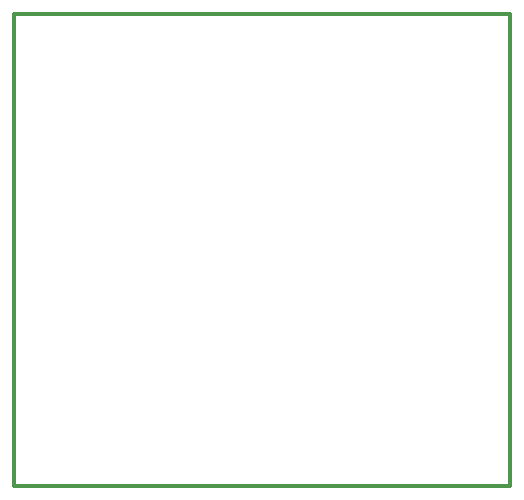
<source format=gbr>
G04 GENERATED BY PULSONIX 7.6 GERBER.DLL 5220*
%INSTM100_V2*%
%LNDOCUMENTATION*%
%FSLAX35Y35*%
%IPPOS*%
%LPD*%
%OFA0B0*%
%MOMM*%
%ADD10C,0.30480*%
X0Y0D02*
D02*
D10*
X15240Y4015240D02*
X4215240D01*
Y15240*
X15240*
Y4015240*
X0Y0D02*
M02*

</source>
